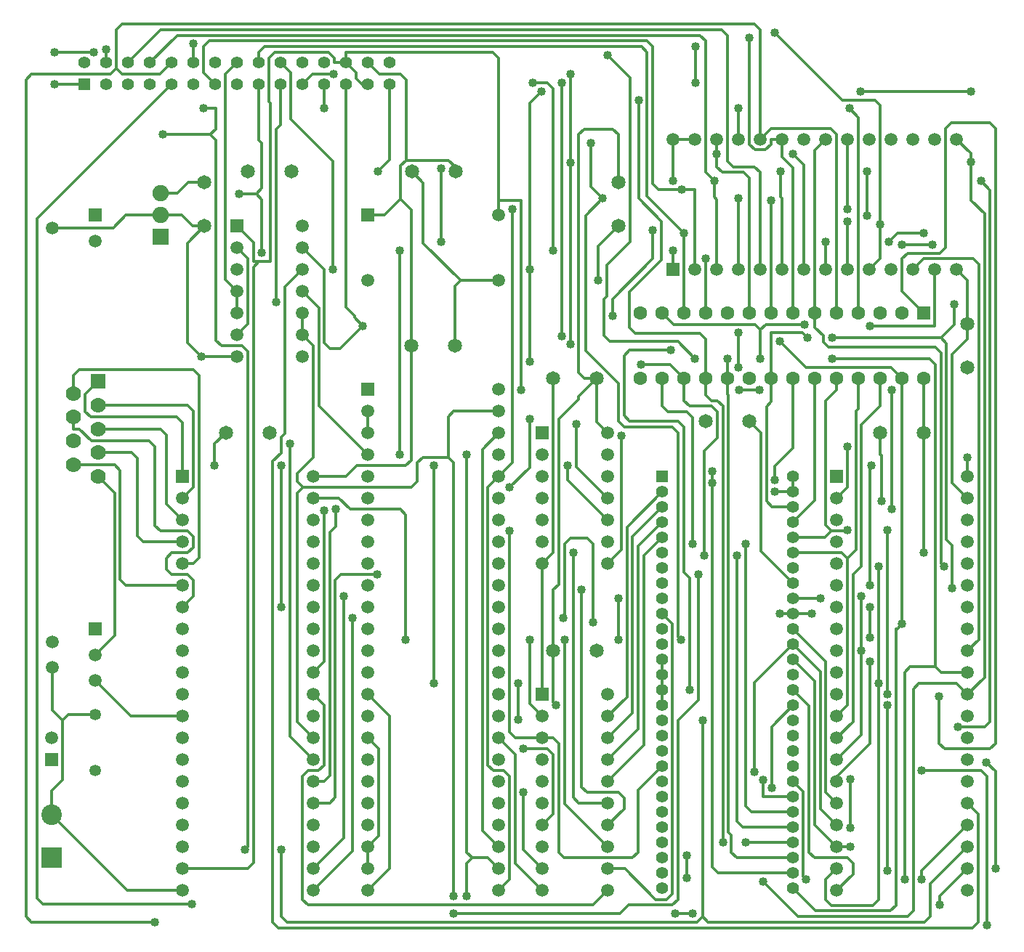
<source format=gbr>
G04 DipTrace 3.2.0.1*
G04 Bottom.gbr*
%MOIN*%
G04 #@! TF.FileFunction,Copper,L2,Bot*
G04 #@! TF.Part,Single*
G04 #@! TA.AperFunction,Conductor*
%ADD13C,0.012992*%
G04 #@! TA.AperFunction,ComponentPad*
%ADD14C,0.064961*%
%ADD15R,0.059055X0.059055*%
%ADD16C,0.059055*%
%ADD17R,0.07X0.07*%
%ADD18C,0.07*%
%ADD19C,0.059055*%
%ADD20C,0.055118*%
%ADD21R,0.055118X0.055118*%
%ADD22R,0.062992X0.062992*%
%ADD23C,0.062992*%
%ADD24C,0.05315*%
%ADD25R,0.094488X0.094488*%
%ADD26C,0.094488*%
%ADD27R,0.074803X0.074803*%
%ADD28C,0.074803*%
G04 #@! TA.AperFunction,ViaPad*
%ADD29C,0.04*%
%FSLAX26Y26*%
G04*
G70*
G90*
G75*
G01*
G04 Bottom*
%LPD*%
X2087060Y2815538D2*
D13*
Y2715538D1*
Y2615538D2*
X1862060Y2840538D1*
Y3290538D1*
X1787060Y3365538D1*
X3187060Y2115538D2*
X3249580Y2178058D1*
Y2704042D1*
X4286076Y2654046D2*
Y2464554D1*
X4237060Y2415538D1*
X2131269Y2064554D2*
X1964029D1*
X1938045Y2038570D1*
Y1041522D1*
X1912060Y1015538D1*
X1837060D1*
X1487060Y3165538D2*
X1536076Y3214554D1*
Y3516522D1*
X1487060Y3565538D1*
X4387060Y3465538D2*
X4438045Y3516522D1*
Y3672510D1*
X649738Y4462585D2*
X829879D1*
X649738Y4315538D2*
X787060D1*
X4102533Y3153455D2*
X4081512Y3174475D1*
X3937060D1*
Y2965538D1*
X4775564Y3306995D2*
Y3214007D1*
X4715013Y3153455D1*
X4740997Y3127471D1*
Y2225444D1*
X4768005Y2198436D1*
Y2004046D1*
X4715013Y3153455D2*
X4215013D1*
X4438045Y3672510D2*
Y4217944D1*
X4412060Y4243928D1*
X4262647D1*
X3952533Y4554042D1*
X3937060Y2965538D2*
Y2857751D1*
X3915013Y2835703D1*
Y2401522D1*
X3940997Y2375538D1*
X4037060D1*
X4137060Y2965538D2*
Y2405538D1*
X4037060Y2305538D1*
X4287060Y3686010D2*
Y3465538D1*
X3788045Y3174475D2*
Y3016522D1*
X3393993Y3646522D2*
Y3514562D1*
X3209037Y3329605D1*
Y3254046D1*
X4237060Y2965538D2*
Y2911180D1*
X4188041Y2862160D1*
Y2292507D1*
X4214025Y2266522D1*
X4183042Y2235538D1*
X4037060D1*
X4636076Y3633022D2*
X4517021D1*
X4477533Y3593534D1*
X2423588D2*
Y3928018D1*
X4187060Y3593534D2*
Y3465538D1*
X4470013Y2269522D2*
Y1517550D1*
X4214025Y2266522D2*
X4283076D1*
X4286076Y2269522D1*
X4337060Y2965538D2*
Y2827196D1*
X4325564Y2815699D1*
Y2179042D1*
X4286076Y2139554D1*
Y1464554D1*
X4237060Y1415538D1*
X4286076Y2139554D2*
X4260092Y2165538D1*
X4037060D1*
X4087060Y3465538D2*
Y3945499D1*
X4036076Y3996483D1*
X887060Y4476089D2*
Y4415538D1*
X4675564Y3580030D2*
X4536076D1*
X4437060Y2965538D2*
Y2838219D1*
X4351549Y2752707D1*
Y2104046D1*
X4312060Y2064558D1*
Y1390538D1*
X4237060Y1315538D1*
X3979541Y3917507D2*
Y3800239D1*
X3987060Y3792719D1*
Y3465538D1*
X4376549Y3711999D2*
Y3917507D1*
X4237060Y1215538D2*
X4351549Y1330026D1*
Y1717550D1*
X4037060Y1955538D2*
X4163084D1*
X3887060Y3465538D2*
Y3911475D1*
X3861076Y3937459D1*
X3762062D1*
X3736076Y3963444D1*
Y4540537D1*
X3710092Y4566522D1*
X1138045D1*
X987060Y4415538D1*
X4637060Y3265538D2*
X4536076Y3366522D1*
Y3514558D1*
X4562060Y3540542D1*
X4710092D1*
X4736076Y3566526D1*
Y4112983D1*
X4762060Y4138967D1*
X4940997D1*
X4966982Y4112983D1*
Y1290542D1*
X4940997Y1264558D1*
X4733478D1*
X4707493Y1290542D1*
Y1506999D1*
X4351549Y1717550D2*
Y1964558D1*
X3111080Y4045459D2*
Y3846003D1*
X3164072Y3793010D1*
X4391037Y1664558D2*
Y1289007D1*
X4237060Y1135030D1*
Y1115538D1*
X3787060Y3465538D2*
Y3793010D1*
X3523596Y1764648D2*
D3*
X3164072Y3793010D2*
X3085096Y3714033D1*
Y3092999D1*
X3236076Y2942018D1*
Y2769514D1*
X3262060Y2743530D1*
X3484108D1*
X3510092Y2717546D1*
Y1778152D1*
X3523596Y1764648D1*
X4037060Y1885538D2*
X3976509D1*
X4123596D2*
X4037060D1*
X4237060Y1115538D2*
D3*
X3687060Y3465538D2*
Y3787266D1*
X3675564Y3798762D1*
Y3871987D1*
X4237060Y1015538D2*
X4188045Y1064554D1*
Y1664554D1*
X4037060Y1815538D1*
X4898556Y3871987D2*
X4940997Y3829546D1*
Y1390542D1*
X4915013Y1364558D1*
X4792852D1*
X3675564Y3871987D2*
X3636076Y3911475D1*
Y4514552D1*
X3610092Y4540538D1*
X1212060D1*
X1087060Y4415538D1*
X3859462Y1159975D2*
Y1567940D1*
X4037060Y1745538D1*
X1187060Y4315538D2*
X570328Y3698806D1*
Y579007D1*
X596312Y553022D1*
X1281269D1*
X3787060Y4063963D2*
Y4204440D1*
X4296588D2*
X4337060Y4163969D1*
Y3265538D1*
X4037060Y1745538D2*
X4162060Y1620538D1*
Y990538D1*
X4237060Y915538D1*
Y3265538D2*
Y4086999D1*
X4211076Y4112983D1*
X3936080D1*
X3887060Y4063963D1*
Y4566524D1*
X3861076Y4592507D1*
X960092D1*
X934108Y4566522D1*
Y4388570D1*
X960092Y4362585D1*
X1134108D1*
X1187060Y4415538D1*
X4627966Y1164558D2*
X4899579D1*
X4925564Y1138573D1*
Y456696D1*
X934108Y4388570D2*
X908123Y4362585D1*
X544344D1*
X518360Y4336601D1*
Y495160D1*
X544344Y469176D1*
X1108730D1*
X4237060Y815538D2*
X4136076Y916522D1*
Y1576522D1*
X4037060Y1675538D1*
X4299580Y815538D2*
X4237060D1*
X4430525Y2104046D2*
Y1564558D1*
X4187060Y4063963D2*
X4137060Y4013963D1*
Y3265538D1*
X4430525Y1564558D2*
Y573114D1*
X4404541Y547129D1*
X4214029D1*
X4188045Y573113D1*
Y666522D1*
X4237060Y715538D1*
X4728517Y2104046D2*
D3*
X4137060Y3265538D2*
Y3200461D1*
X4175525Y3161995D1*
Y3133963D1*
X4201509Y3107979D1*
X4689029D1*
X4715013Y3081995D1*
Y2117550D1*
X4728517Y2104046D1*
X4037060Y1535538D2*
X4110092Y1462507D1*
Y790543D1*
X4136076Y764558D1*
X4286075D1*
X4312060Y738573D1*
Y690538D1*
X4237060Y615538D1*
X3476549Y3095499D2*
X3288046D1*
X3262060Y3069514D1*
Y2795499D1*
X3288045Y2769514D1*
X3510092D1*
X3536076Y2743530D1*
Y2075711D1*
X3563084Y2048703D1*
Y1535542D1*
X4037060Y3265538D2*
Y3931995D1*
X3987060Y3981995D1*
Y4063963D1*
X1287060Y4501050D2*
Y4415538D1*
X3987060Y4063963D2*
X3936076D1*
Y4040932D1*
X3910092Y4014948D1*
X3862062D1*
X3836076Y4040932D1*
Y4528058D1*
X3587060Y3465538D2*
Y3832499D1*
X3526549D1*
X4965052Y715538D2*
Y1163534D1*
X4924541Y1204046D1*
X3937060Y3782979D2*
Y3265538D1*
X4837060Y715538D2*
X4709348Y587825D1*
Y548152D1*
X3938438Y1085030D2*
Y1366916D1*
X4037060Y1465538D1*
X3526549Y3832499D2*
X3419978D1*
X3393993Y3858483D1*
Y4488570D1*
X3368009Y4514554D1*
X1360092D1*
X1334108Y4488570D1*
Y4368491D1*
X1387060Y4315538D1*
X3687060Y4063963D2*
Y3996483D1*
X1689041Y804046D2*
Y495161D1*
X1715025Y469176D1*
X3596076D1*
X3622060Y495160D1*
X3648045Y469176D1*
X4641470D1*
X4667454Y495160D1*
Y645932D1*
X4837060Y815538D1*
X1522572Y804046D2*
X1536076Y817550D1*
Y3088570D1*
X1510092Y3114554D1*
X1415013D1*
X1389029Y3140538D1*
Y4058962D1*
X1363045Y4084948D1*
X1147572D1*
X3622060Y495160D2*
Y1395538D1*
X3687060Y3996483D2*
Y3937459D1*
X3713045Y3911475D1*
X3811076D1*
X3837060Y3885491D1*
Y3265538D1*
X3687060Y3996483D2*
D3*
X1363045Y4084948D2*
X1389029Y4110932D1*
Y4204440D1*
X1334108D1*
X2540104Y587640D2*
Y738570D1*
X2566088Y764554D1*
X2638045D1*
X2687060Y715538D1*
X3575564Y508664D2*
X3496588D1*
X4627966Y664558D2*
Y706444D1*
X4837060Y915538D1*
X2233608Y2617550D2*
Y3554046D1*
X2566088Y764554D2*
X2540104Y790539D1*
Y2617550D1*
X2936041Y3554046D2*
Y4296920D1*
X2910056Y4322904D1*
X2843564D1*
X3487060Y3465538D2*
Y3554046D1*
X1787060Y3465538D2*
X1706509Y3384987D1*
Y2712782D1*
X1689029Y2695302D1*
Y2623791D1*
X1649545Y2584306D1*
Y469177D1*
X1675529Y443192D1*
X4860092D1*
X4886076Y469176D1*
Y966522D1*
X4837060Y1015538D1*
X1487060Y3265538D2*
Y3365538D1*
X1434108Y3418491D1*
Y4362585D1*
X1487060Y4415538D1*
X2887060Y1415538D2*
X2828556Y1474042D1*
Y1764554D1*
X2261076D2*
Y2338570D1*
X2235092Y2364554D1*
X2005945D1*
X1954962Y2415538D1*
X1837060D1*
X2736076Y2264558D2*
Y1341522D1*
X2762060Y1315538D1*
X2887060D1*
X2936076D1*
X2962060Y1289554D1*
Y790538D1*
X2988045Y764554D1*
X3301552D1*
X3327537Y790538D1*
Y1076014D1*
X3437060Y1185538D1*
X1689033Y2564558D2*
Y1915538D1*
X2775564Y1397896D2*
Y1564554D1*
X2887060Y915538D2*
X2936076Y964554D1*
Y1238570D1*
X2910092Y1264554D1*
X2801549D1*
X2389194Y2564558D2*
Y1564554D1*
X2887060Y715537D2*
X2801549Y801049D1*
Y1064554D1*
X1787060Y3265538D2*
Y3165538D1*
X2481115Y587640D2*
Y2578062D1*
X2455131Y2604046D1*
Y2789554D1*
X2481115Y2815538D1*
X2687060D1*
X3602572Y2065026D2*
Y1489184D1*
X3510092Y1396703D1*
Y574136D1*
X3484108Y548152D1*
X3281812D1*
X3242324Y508664D1*
X2481115D1*
X4037060Y2515538D2*
Y2445538D1*
X1787060Y3165538D2*
X1836076Y3116522D1*
Y2601073D1*
X1763045Y2528042D1*
Y2492507D1*
X1789029Y2466522D1*
X1763045Y2440538D1*
Y1389554D1*
X1837060Y1315538D1*
X1789029Y2466522D2*
X2287060D1*
X2313045Y2492507D1*
Y2578062D1*
X2339029Y2604046D1*
X2455131D1*
X4037060Y2445538D2*
X3954501D1*
X2087060Y4315538D2*
D3*
X1487060Y3665538D2*
X1562060Y3590538D1*
Y3503022D1*
X1588045D1*
X1562060Y3477038D1*
Y741522D1*
X1536076Y715538D1*
X1237060D1*
X1987060Y4415538D2*
Y4462585D1*
X2661076D1*
X2687060Y4436601D1*
Y3782979D1*
X2789068D1*
Y2912983D1*
X4489029D2*
Y2364558D1*
X3791458Y2912983D2*
X3882663D1*
X1987060Y4415538D2*
X1934108D1*
Y4436601D1*
X1908123Y4462585D1*
X1660092D1*
X1634108Y4436601D1*
Y4236845D1*
X1641037Y4229916D1*
Y3503022D1*
X1588045D1*
X2687060Y3782979D2*
Y3715538D1*
X2087060Y4315538D2*
X2061667D1*
X2034108Y4343097D1*
Y4368491D1*
X1987060Y4415538D1*
X3637060Y3514558D2*
Y3265538D1*
X1497572Y3813570D2*
X1575563D1*
X1601549Y3839554D1*
Y4045916D1*
X1587060Y4060404D1*
Y4315538D1*
X4470013Y1464558D2*
Y706014D1*
X1601549Y3542510D2*
Y3787584D1*
X1575563Y3813570D1*
X3537060Y3265538D2*
Y3633022D1*
X4587060Y3465538D2*
X4636080Y3514558D1*
X4863045D1*
X4889029Y3488573D1*
Y1767507D1*
X4837060Y1715538D1*
X4299580Y904046D2*
Y1125070D1*
X3537060Y3633022D2*
X3368005Y3802077D1*
Y4462585D1*
X3342021Y4488570D1*
X1613045D1*
X1587060Y4462585D1*
Y4415538D1*
X3888045Y3056010D2*
Y3187979D1*
X3862060Y3213963D1*
X3488635D1*
X3437060Y3265538D1*
X4548990Y664558D2*
Y1615542D1*
X4574974Y1641526D1*
X4689029D1*
Y3030025D1*
X4663045Y3056010D1*
X4215013D1*
X4089029Y3213963D2*
X3914029D1*
X3888045Y3187979D1*
X4097612Y666526D2*
D3*
X4689029Y1641526D2*
X4715017Y1615538D1*
X4837060D1*
X1667021Y3314554D2*
Y4109928D1*
X1687060Y4129967D1*
Y4315538D1*
X4391458Y3206448D2*
X4688045D1*
Y3364062D1*
X4687060Y3365046D1*
Y3465538D1*
X4097612Y666526D2*
X4084108Y680030D1*
Y1068491D1*
X4037060Y1115538D1*
X3898950Y656050D2*
X4059840Y495160D1*
X4562493D1*
X4588478Y521144D1*
Y1538573D1*
X4614462Y1564558D1*
X4788041D1*
X4837060Y1515538D1*
X1927533Y3464554D2*
Y3964058D1*
X1734108Y4157483D1*
Y4368491D1*
X1687060Y4415538D1*
X2828556Y3043491D2*
Y3464554D1*
X3898950Y1122503D2*
Y1045538D1*
X4037060D1*
X4852533Y4283416D2*
X4347572D1*
X4852533Y3957971D2*
Y3998491D1*
X4787060Y4063963D1*
X4837060Y1515538D2*
X4915013Y1593491D1*
Y3721310D1*
X4852533Y3783790D1*
Y3957971D1*
X2828556Y3464554D2*
Y4228920D1*
X2883052Y4283416D1*
X3015017Y3122467D2*
Y3956995D1*
X1929879Y4362585D2*
X1834108D1*
X1787060Y4315538D1*
X4037060Y975538D2*
X3845962D1*
X3819974Y1001526D1*
Y2206534D1*
X3437060Y2965538D2*
Y2837983D1*
X3463045Y2811999D1*
X3549579D1*
X3575564Y2786014D1*
Y2206534D1*
X3015017Y3956995D2*
Y4362585D1*
X3341033Y3030026D2*
X3472572D1*
X3537060Y2965538D1*
X4037060Y905538D2*
X3806474D1*
X3780486Y931526D1*
Y2153542D1*
X3589068Y4322904D2*
Y4488570D1*
X2975529Y3159940D2*
Y4322904D1*
X3537060Y2965538D2*
Y2863967D1*
X3563045Y2837983D1*
X3663046D1*
X3689029Y2811999D1*
Y2692165D1*
X3628556Y2631692D1*
Y2153542D1*
X3715013Y835538D2*
Y2837983D1*
X3689029Y2863967D1*
X3663045D1*
X3637060Y2889951D1*
Y2965538D1*
X4037060Y835538D2*
X3819974D1*
X1887060Y4207392D2*
Y4315538D1*
X3637060Y2965538D2*
Y3147467D1*
X3611076Y3173451D1*
X3312062D1*
X3286076Y3199436D1*
Y3363331D1*
X3433482Y3510735D1*
Y3686010D1*
X3328517Y3790975D1*
Y4243928D1*
X3737060Y3056010D2*
Y2965538D1*
X3588045Y3056010D2*
X3509067Y3134987D1*
X3195533D1*
X3169549Y3160971D1*
Y3327825D1*
X3183052Y3341329D1*
Y3487556D1*
X3289029Y3593534D1*
Y4345147D1*
X3185096Y4449081D1*
X3737060Y2965538D2*
Y2891920D1*
X3740997Y2887983D1*
Y881778D1*
X3754501Y868274D1*
Y790538D1*
X3780486Y764554D1*
X4037060D1*
X1237060Y2515538D2*
Y2762050D1*
X1211076Y2788034D1*
X817533D1*
X791549Y2814018D1*
Y2894042D1*
X849055Y2951549D1*
X1237060Y2415538D2*
X1286076Y2464554D1*
Y2816562D1*
X1260092Y2842546D1*
X849055D1*
X1237060Y2315538D2*
X1162060Y2390538D1*
Y2707558D1*
X1136075Y2733543D1*
X849055D1*
X1237060Y2215538D2*
X1056651D1*
X1030667Y2241524D1*
Y2598554D1*
X1004680Y2624541D1*
X849055D1*
X1237060Y2115538D2*
X1286075D1*
X1312060Y2141524D1*
Y2980054D1*
X1286076Y3006038D1*
X763046D1*
X737060Y2980052D1*
Y2897546D1*
X1237060Y1915538D2*
X1286076Y1964554D1*
Y2038573D1*
X1260092Y2064558D1*
X1188045D1*
X1162060Y2090542D1*
Y2138573D1*
X1188045Y2164558D1*
X1260092D1*
X1286076Y2190542D1*
Y2238573D1*
X1260092Y2264558D1*
X1136075D1*
X1110092Y2290542D1*
Y2653046D1*
X1084108Y2679030D1*
X819049D1*
X764049Y2734030D1*
X737060D1*
Y2788543D1*
X1237060Y2015538D2*
X977639D1*
X951655Y2041524D1*
Y2544066D1*
X925182Y2570538D1*
X737060D1*
X3002533Y2564554D2*
Y2500066D1*
X3187060Y2315538D1*
X1886076Y2359747D2*
Y1664554D1*
X1837060Y1615538D1*
X2828556Y2778058D2*
Y2557034D1*
X2736076Y2464554D1*
X4389021Y2015538D2*
Y2556003D1*
X4397576Y2564558D1*
X1728521Y2664554D2*
Y1324077D1*
X1837060Y1215538D1*
X4837060Y2604046D2*
Y2515538D1*
X4391037Y1776050D2*
Y1915542D1*
X3042021Y2756054D2*
Y2560577D1*
X3187060Y2415538D1*
X1237060Y615538D2*
X983911D1*
X637060Y962388D1*
X1487060Y3065538D2*
X1322533D1*
X3837060Y2769554D2*
X3889029Y2717585D1*
Y2173570D1*
X4037060Y2025538D1*
X2687060Y1315538D2*
X2762060Y1240538D1*
Y740538D1*
X2887060Y615538D1*
X2289060Y3915538D2*
X2341029Y3863570D1*
Y3587552D1*
X2513045Y3415538D1*
X2487060Y3389554D1*
Y3115538D1*
X2937060Y2965538D2*
Y2165538D1*
X2887060Y2115538D1*
X3143564Y3415538D2*
Y3572042D1*
X3237060Y3665538D1*
X4837060Y2415538D2*
X4766982Y2485617D1*
Y3076562D1*
X4837060Y3146640D1*
Y3215538D1*
X4437060Y2717507D2*
Y2616050D1*
X4442021Y2611089D1*
Y2404046D1*
X2087060Y1315538D2*
X2136076Y1266522D1*
Y864554D1*
X2087060Y815538D1*
X2134068Y3915538D2*
X2187060Y3968530D1*
Y4315538D1*
X637060Y962388D2*
Y1073755D1*
X686076Y1122770D1*
Y1395459D1*
X640210Y1441325D1*
Y1638373D1*
X2687060Y3415538D2*
X2513045D1*
X3437060Y1675538D2*
Y1605538D1*
X686076Y1395459D2*
X712060Y1421444D1*
X837060D1*
X1137060Y3715538D2*
X978206D1*
X919151Y3656483D1*
X640210D1*
X1337060Y3665538D2*
X1284108D1*
X1234108Y3715538D1*
X1137060D1*
X1322533Y3065538D2*
X1259108Y3128963D1*
Y3587585D1*
X1337060Y3665538D1*
X2887060Y2115538D2*
Y2015538D1*
X2885092Y2013570D1*
Y1601476D1*
X2887060Y1599507D1*
Y1515538D1*
X4837060Y3215538D2*
Y3415538D1*
X4787060Y3465538D1*
X2087060Y815538D2*
Y715538D1*
X3437060Y1535538D2*
Y1465538D1*
Y1605538D2*
Y1535538D1*
Y2445538D2*
X3275564Y2284042D1*
Y1504041D1*
X3187060Y1415537D1*
X3437060Y2375538D2*
X3301549Y2240026D1*
Y1430025D1*
X3187060Y1315537D1*
Y1215538D2*
X3327533Y1356010D1*
Y2196010D1*
X3437060Y2305538D1*
Y2235538D2*
X3353517Y2151995D1*
Y1281993D1*
X3187060Y1115537D1*
X3028556Y2165538D2*
Y1041521D1*
X3054541Y1015537D1*
X3187060D1*
X3068045Y1995026D2*
Y1090539D1*
X3094029Y1064554D1*
X3236075D1*
X3262060Y1038570D1*
Y990538D1*
X3187060Y915538D1*
X3236076Y1767507D2*
Y1955538D1*
X2989068Y1767507D2*
Y1013529D1*
X3187060Y815537D1*
Y715537D2*
X3266928D1*
X3408328Y574136D1*
X3458122D1*
X3484108Y600121D1*
Y1838491D1*
X3437060Y1885538D1*
X2983360Y1864554D2*
D3*
X2017021D2*
Y795499D1*
X1837060Y615538D1*
X2983360Y1864554D2*
X2989029Y1870224D1*
Y2205026D1*
X3015013Y2231010D1*
X3093005D1*
X3118990Y2205026D1*
Y1846483D1*
X1977533Y1964554D2*
Y856010D1*
X1837060Y715538D1*
X3187060Y615538D2*
X3119675Y548152D1*
X1814029D1*
X1788045Y574136D1*
Y1138573D1*
X1814029Y1164558D1*
X1860092D1*
X1886076Y1190542D1*
Y1466522D1*
X1837060Y1515538D1*
X1939068Y2364554D2*
Y2287455D1*
X1912060Y2260448D1*
Y1141522D1*
X1886076Y1115538D1*
X1837060D1*
X3549580Y777385D2*
Y672420D1*
X2687060Y2715538D2*
X2612060Y2640538D1*
Y890538D1*
X2687060Y815538D1*
X3668045Y2538018D2*
Y2485026D1*
X3954501Y2498530D2*
Y2562589D1*
X4037060Y2645148D1*
Y2965538D1*
X3668045Y2485026D2*
Y721524D1*
X3694029Y695538D1*
X4037060D1*
X2749580Y3743491D2*
Y2578058D1*
X2687060Y2515538D1*
X4287060Y4063963D2*
Y3743491D1*
X2687060Y2515538D2*
X2638045Y2466522D1*
Y1190539D1*
X2664029Y1164554D1*
X2710092D1*
X2736076Y1138570D1*
Y664554D1*
X2687060Y615538D1*
X2087060Y3715538D2*
X2162091D1*
X2237092Y3790539D1*
X2287060Y3740570D1*
Y3115538D1*
X2949580Y1466526D2*
D3*
X2489060Y3915538D2*
D3*
X4637060Y2965538D2*
Y2717507D1*
X1337060Y3865538D2*
X1262789D1*
X1212789Y3815538D1*
X1137060D1*
X849055Y2515538D2*
X925671Y2438923D1*
Y1786038D1*
X837060Y1697428D1*
X2087060Y1515538D2*
X2188045Y1414554D1*
Y716522D1*
X2087060Y615538D1*
X2489060Y3915538D2*
Y3935028D1*
X2456580Y3967507D1*
X2263076D1*
Y4336600D1*
X2237092Y4362585D1*
X2140013D1*
X2087060Y4415538D1*
X3137060Y2965538D2*
Y2765538D1*
X3187060Y2715538D1*
X1384068Y2564558D2*
Y2664514D1*
X1437060Y2717507D1*
X3487060Y3871987D2*
Y4063963D1*
X2287060Y3115538D2*
Y2590538D1*
X2261076Y2564554D1*
X2036570D1*
X1987554Y2515538D1*
X1837060D1*
X3137060Y2965538D2*
X3080490D1*
X3054505Y2991522D1*
Y4084948D1*
X3080490Y4110932D1*
X3211075D1*
X3237060Y4084948D1*
Y3865538D1*
X2937060Y1715538D2*
Y1994534D1*
X2963045Y2020518D1*
Y2778908D1*
X3054505Y2870369D1*
Y2882983D1*
X3137060Y2965538D1*
X2949580Y1466526D2*
X2937060Y1479046D1*
Y1715538D1*
X2237092Y3790539D2*
Y3941522D1*
X2263076Y3967507D1*
X4637060Y2717507D2*
Y2164558D1*
X3487060Y4063963D2*
X3587060D1*
X1237060Y1415538D2*
X1000840D1*
X837060Y1579318D1*
X4037060Y625538D2*
X4141454Y521144D1*
X4483516D1*
X4509501Y547129D1*
Y1817105D1*
X4515588D1*
X4537060Y1838577D1*
X1987060Y4315538D2*
Y3293530D1*
X2026549Y3254042D1*
Y3244469D1*
X2064021Y3206995D1*
X4537060Y2965538D2*
X4486076Y3016522D1*
X4095013D1*
X3976549Y3134987D1*
X4537060Y1838577D2*
Y2965538D1*
X2064021Y3206995D2*
X1959060Y3102034D1*
X1914029D1*
X1888045Y3128018D1*
Y3464554D1*
X1787060Y3565538D1*
D29*
X3249580Y2704042D3*
X4286076Y2654046D3*
X2131269Y2064554D3*
X3952533Y4554042D3*
X829879Y4462585D3*
X649738D3*
Y4315538D3*
X4768005Y2004046D3*
X4775564Y3306995D3*
X4215013Y3153455D3*
X4102533D3*
X4438045Y3672510D3*
X4287060Y3686010D3*
X3788045Y3016522D3*
Y3174475D3*
X3209037Y3254046D3*
X3393993Y3646522D3*
X4477533Y3593534D3*
X4636076Y3633022D3*
X2423588Y3928018D3*
Y3593534D3*
X4470013Y1517550D3*
Y2269522D3*
X4286076D3*
X4187060Y3593534D3*
X4036076Y3996483D3*
X887060Y4476089D3*
X4536076Y3580030D3*
X4675564D3*
X4376549Y3917507D3*
Y3711999D3*
X3979541Y3917507D3*
X4351549Y1964558D3*
X4163084Y1955538D3*
X4351549Y1717550D3*
X4707493Y1506999D3*
X3523596Y1764648D3*
X3976509Y1885538D3*
X4391037Y1664558D3*
X4123596Y1885538D3*
X3787060Y3793010D3*
X3164072D3*
X3111080Y4045459D3*
X4792852Y1364558D3*
X4898556Y3871987D3*
X3675564D3*
X3859462Y1159975D3*
X1281269Y553022D3*
X3787060Y4204440D3*
X4296588D3*
X1108730Y469176D3*
X4925564Y456696D3*
X4627966Y1164558D3*
X4299580Y815538D3*
X4430525Y2104046D3*
X4728517D3*
X4430525Y1564558D3*
X3563084Y1535542D3*
X3476549Y3095499D3*
X3836076Y4528058D3*
X1287060Y4501050D3*
X3526549Y3832499D3*
X4924541Y1204046D3*
X4965052Y715538D3*
X4709348Y548152D3*
X3938438Y1085030D3*
X3937060Y3782979D3*
X1147572Y4084948D3*
X3687060Y3996483D3*
X1689041Y804046D3*
X1522572D3*
X1334108Y4204440D3*
X3622060Y1395538D3*
X2540104Y587640D3*
X3496588Y508664D3*
X3575564D3*
X4627966Y664558D3*
X2233608Y3554046D3*
Y2617550D3*
X2540104D3*
X2843564Y4322904D3*
X2936041Y3554046D3*
X3487060D3*
X2828556Y1764554D3*
X2261076D3*
X2736076Y2264558D3*
X1689033Y1915538D3*
Y2564558D3*
X2389194D3*
Y1564554D3*
X2775564D3*
Y1397896D3*
X2801549Y1264554D3*
Y1064554D3*
X2481115Y587640D3*
Y508664D3*
X3602572Y2065026D3*
X3954501Y2445538D3*
X4489029Y2364558D3*
Y2912983D3*
X3882663D3*
X3791458D3*
X2789068D3*
X3637060Y3514558D3*
X4470013Y706014D3*
X1497572Y3813570D3*
X4470013Y1464558D3*
X1601549Y3542510D3*
X4299580Y1125070D3*
Y904046D3*
X3537060Y3633022D3*
X3888045Y3056010D3*
X4215013D3*
X4089029Y3213963D3*
X4548990Y664558D3*
X4097612Y666526D3*
X1667021Y3314554D3*
X4391458Y3206448D3*
X1927533Y3464554D3*
X2828556D3*
X3898950Y656050D3*
Y1122503D3*
X2828556Y3043491D3*
X2883052Y4283416D3*
X4347572D3*
X4852533D3*
Y3957971D3*
X3015017Y4362585D3*
X1929879D3*
X3819974Y2206534D3*
X3575564D3*
X3015017Y3122467D3*
Y3956995D3*
X3628556Y2153542D3*
X3780486D3*
X3589068Y4488570D3*
Y4322904D3*
X2975529D3*
Y3159940D3*
X3341033Y3030026D3*
X3328517Y4243928D3*
X3715013Y835538D3*
X3819974D3*
X1887060Y4207392D3*
X3185096Y4449081D3*
X3588045Y3056010D3*
X3737060D3*
X3002533Y2564554D3*
X1886076Y2359747D3*
X2736076Y2464554D3*
X2828556Y2778058D3*
X4397576Y2564558D3*
X4389021Y2015538D3*
X1728521Y2664554D3*
X4837060Y2604046D3*
X4391037Y1915542D3*
Y1776050D3*
X3042021Y2756054D3*
X2134068Y3915538D3*
X1322533Y3065538D3*
X4442021Y2404046D3*
X3143564Y3415538D3*
X3028556Y2165538D3*
X3068045Y1995026D3*
X3236076Y1955538D3*
Y1767507D3*
X2989068D3*
X3118990Y1846483D3*
X2983360Y1864554D3*
X2017021D3*
X1977533Y1964554D3*
X1939068Y2364554D3*
X3549580Y672420D3*
Y777385D3*
X3954501Y2498530D3*
X3668045Y2485026D3*
Y2538018D3*
X4287060Y3743491D3*
X2749580D3*
X4637060Y2164558D3*
X2949580Y1466526D3*
X1384068Y2564558D3*
X3487060Y3871987D3*
X3976549Y3134987D3*
X2064021Y3206995D3*
X4537060Y1838577D3*
D14*
X1337060Y3665538D3*
Y3865538D3*
X1737060Y3915538D3*
X1537060D3*
X1637060Y2717507D3*
X1437060D3*
X3137060Y1715538D3*
X2937060D3*
X2487060Y3115538D3*
X2287060D3*
X2937060Y2965538D3*
X3137060D3*
X2289060Y3915538D3*
X2489060D3*
X3837060Y2769554D3*
X3637060D3*
X4837060Y3215538D3*
Y3015538D3*
X4437060Y2717507D3*
X4637060D3*
X3237060Y3665538D3*
Y3865538D3*
D15*
X2087060Y3715538D3*
D16*
Y3415538D3*
X2687060D3*
Y3715538D3*
D17*
X849055Y2951549D3*
D18*
Y2842546D3*
Y2733543D3*
Y2624541D3*
Y2515538D3*
X737060Y2897546D3*
Y2788543D3*
Y2679541D3*
Y2570538D3*
D15*
X3487060Y3465538D3*
D19*
X3587060D3*
X3687060D3*
X3787060D3*
X3887060D3*
X3987060D3*
X4087060D3*
X4187060D3*
X4287060D3*
X4387060D3*
X4487060D3*
X4587060D3*
X4687060D3*
X4787060D3*
Y4063963D3*
X4687060D3*
X4587060D3*
X4487060D3*
X4387060D3*
X4287060D3*
X4187060D3*
X4087060D3*
X3987060D3*
X3887060D3*
X3787060D3*
X3687060D3*
X3587060D3*
X3487060D3*
X637060Y1315538D3*
D15*
Y1215538D3*
X837060Y1815538D3*
D19*
X640210Y1756483D3*
X837060Y1697428D3*
X640210Y1638373D3*
X837060Y1579318D3*
D20*
X1487060Y4315538D3*
X1587060D3*
X1687060D3*
X1787060D3*
X1887060D3*
X1987060D3*
X2087060D3*
X2187060D3*
X1487060Y4415538D3*
X1587060D3*
X1687060D3*
X1787060D3*
X1887060D3*
X1987060D3*
X2087060D3*
X2187060D3*
D21*
X787060Y4315538D3*
D20*
X887060D3*
X987060D3*
X1087060D3*
X1187060D3*
X1287060D3*
X1387060D3*
X787060Y4415538D3*
X887060D3*
X987060D3*
X1087060D3*
X1187060D3*
X1287060D3*
X1387060D3*
D15*
X4237060Y2515538D3*
D19*
Y2415538D3*
Y2315538D3*
Y2215538D3*
Y2115538D3*
Y2015538D3*
Y1915538D3*
Y1815538D3*
Y1715538D3*
Y1615538D3*
Y1515538D3*
Y1415538D3*
Y1315538D3*
Y1215538D3*
Y1115538D3*
Y1015538D3*
Y915538D3*
Y815538D3*
Y715538D3*
Y615538D3*
X4837060D3*
Y715538D3*
Y815538D3*
Y915538D3*
Y1015538D3*
Y1115538D3*
Y1215538D3*
Y1315538D3*
Y1415538D3*
Y1515538D3*
Y1615538D3*
Y1715538D3*
Y1815538D3*
Y1915538D3*
Y2015538D3*
Y2115538D3*
Y2215538D3*
Y2315538D3*
Y2415538D3*
Y2515538D3*
D22*
X4637060Y3265538D3*
D23*
X4537060D3*
X4437060D3*
X4337060D3*
X4237060D3*
X4137060D3*
X4037060D3*
X3937060D3*
X3837060D3*
X3737060D3*
X3637060D3*
X3537060D3*
X3437060D3*
X3337060D3*
Y2965538D3*
X3437060D3*
X3537060D3*
X3637060D3*
X3737060D3*
X3837060D3*
X3937060D3*
X4037060D3*
X4137060D3*
X4237060D3*
X4337060D3*
X4437060D3*
X4537060D3*
X4637060D3*
D15*
X837060Y3715538D3*
D19*
X640210Y3656483D3*
X837060Y3597428D3*
D15*
X1237060Y2515538D3*
D19*
Y2415538D3*
Y2315538D3*
Y2215538D3*
Y2115538D3*
Y2015538D3*
Y1915538D3*
Y1815538D3*
Y1715538D3*
Y1615538D3*
Y1515538D3*
Y1415538D3*
Y1315538D3*
Y1215538D3*
Y1115538D3*
Y1015538D3*
Y915538D3*
Y815538D3*
Y715538D3*
Y615538D3*
X1837060D3*
Y715538D3*
Y815538D3*
Y915538D3*
Y1015538D3*
Y1115538D3*
Y1215538D3*
Y1315538D3*
Y1415538D3*
Y1515538D3*
Y1615538D3*
Y1715538D3*
Y1815538D3*
Y1915538D3*
Y2015538D3*
Y2115538D3*
Y2215538D3*
Y2315538D3*
Y2415538D3*
Y2515538D3*
D24*
X837060Y1165538D3*
Y1421444D3*
D15*
X2887060Y1515538D3*
D19*
Y1415538D3*
Y1315538D3*
Y1215538D3*
Y1115537D3*
Y1015537D3*
Y915538D3*
Y815537D3*
Y715537D3*
Y615538D3*
X3187060Y1515537D3*
Y1415537D3*
Y1315537D3*
Y1215538D3*
Y1115537D3*
Y1015537D3*
Y915538D3*
Y815537D3*
Y715537D3*
Y615538D3*
D15*
X1487060Y3665538D3*
D19*
Y3565538D3*
Y3465538D3*
Y3365538D3*
Y3265538D3*
Y3165538D3*
Y3065538D3*
X1787060D3*
Y3165538D3*
Y3265538D3*
Y3365538D3*
Y3465538D3*
Y3565538D3*
Y3665538D3*
D15*
X2887060Y2715538D3*
D19*
Y2615538D3*
Y2515538D3*
Y2415538D3*
Y2315538D3*
Y2215538D3*
Y2115538D3*
X3187060D3*
Y2215538D3*
Y2315538D3*
Y2415538D3*
Y2515538D3*
Y2615538D3*
Y2715538D3*
D25*
X637060Y765538D3*
D26*
Y962388D3*
D15*
X2087060Y2915538D3*
D19*
Y2815538D3*
Y2715538D3*
Y2615538D3*
Y2515538D3*
Y2415538D3*
Y2315538D3*
Y2215538D3*
Y2115538D3*
Y2015538D3*
Y1915538D3*
Y1815538D3*
Y1715538D3*
Y1615538D3*
Y1515538D3*
Y1415538D3*
Y1315538D3*
Y1215538D3*
Y1115538D3*
Y1015538D3*
Y915538D3*
Y815538D3*
Y715538D3*
Y615538D3*
X2687060D3*
Y715538D3*
Y815538D3*
Y915538D3*
Y1015538D3*
Y1115538D3*
Y1215538D3*
Y1315538D3*
Y1415538D3*
Y1515538D3*
Y1615538D3*
Y1715538D3*
Y1815538D3*
Y1915538D3*
Y2015538D3*
Y2115538D3*
Y2215538D3*
Y2315538D3*
Y2415538D3*
Y2515538D3*
Y2615538D3*
Y2715538D3*
Y2815538D3*
Y2915538D3*
D21*
X3437060Y2515538D3*
D20*
Y2445538D3*
Y2375538D3*
Y2305538D3*
Y2235538D3*
Y2165538D3*
Y2095538D3*
Y2025538D3*
Y1955538D3*
Y1885538D3*
Y1815538D3*
Y1745538D3*
Y1675538D3*
Y1605538D3*
Y1535538D3*
Y1465538D3*
Y1395538D3*
Y1325538D3*
Y1255538D3*
Y1185538D3*
Y1115538D3*
Y1045538D3*
Y975538D3*
Y905538D3*
Y835538D3*
Y765538D3*
Y695538D3*
Y625538D3*
X4037060D3*
Y695538D3*
Y764554D3*
Y835538D3*
Y905538D3*
Y975538D3*
Y1045538D3*
Y1115538D3*
Y1185538D3*
Y1255538D3*
Y1325538D3*
Y1395538D3*
Y1465538D3*
Y1535538D3*
Y1605538D3*
Y1675538D3*
Y1745538D3*
Y1815538D3*
Y1885538D3*
Y1955538D3*
Y2025538D3*
Y2095538D3*
Y2165538D3*
Y2235538D3*
Y2305538D3*
Y2375538D3*
Y2445538D3*
Y2515538D3*
D27*
X1137060Y3615538D3*
D28*
Y3715538D3*
Y3815538D3*
M02*

</source>
